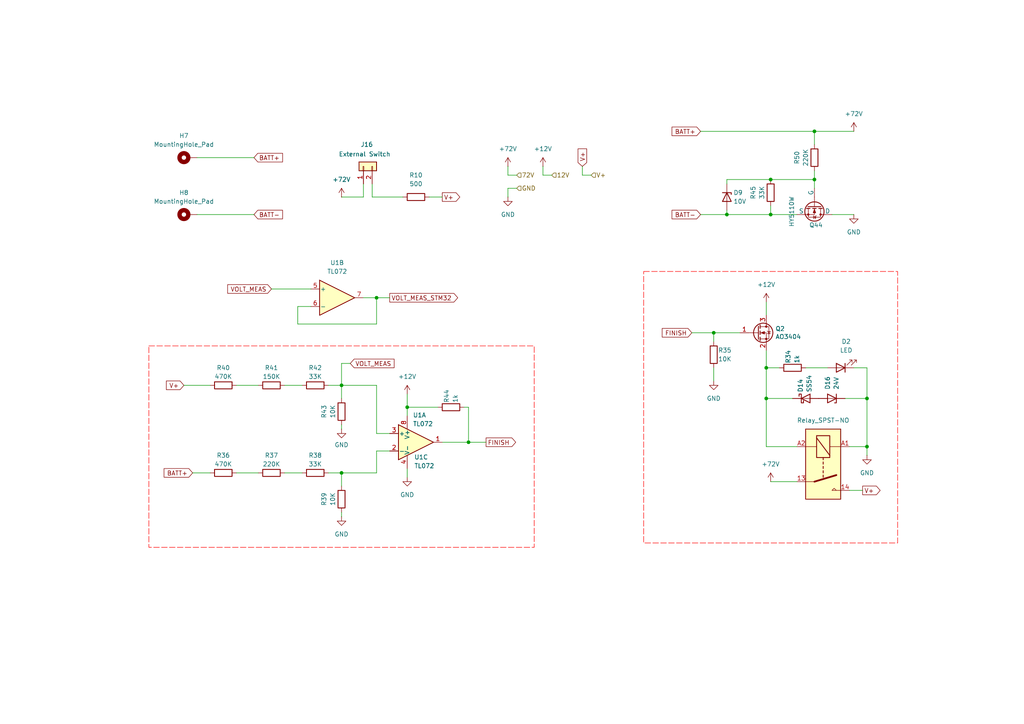
<source format=kicad_sch>
(kicad_sch (version 20250114) (generator "eeschema") (generator_version "9.0")
  (paper "A4")
  (lib_symbols
    (symbol "Amplifier_Operational:TL072" (pin_names (offset 0.127))
      (property "Reference" "U" (at 0 5.08 0))
      (property "Value" "TL072" (at 0 -5.08 0))
      (symbol "TL072_1_1"
        (polyline (pts (xy -5.08 5.08) (xy 5.08 0) (xy -5.08 -5.08) (xy -5.08 5.08)) (stroke (width 0.254)) (fill (type background)))
        (pin input line (at -7.62 2.54 0) (length 2.54) (name "+") (number "3"))
        (pin input line (at -7.62 -2.54 0) (length 2.54) (name "-") (number "2"))
        (pin output line (at 7.62 0 180) (length 2.54) (name "~") (number "1"))
      )
      (symbol "TL072_2_1"
        (polyline (pts (xy -5.08 5.08) (xy 5.08 0) (xy -5.08 -5.08) (xy -5.08 5.08)) (stroke (width 0.254)) (fill (type background)))
        (pin input line (at -7.62 2.54 0) (length 2.54) (name "+") (number "5"))
        (pin input line (at -7.62 -2.54 0) (length 2.54) (name "-") (number "6"))
        (pin output line (at 7.62 0 180) (length 2.54) (name "~") (number "7"))
      )
      (symbol "TL072_3_1"
        (pin power_in line (at -2.54 7.62 270) (length 3.81) (name "V+") (number "8"))
        (pin power_in line (at -2.54 -7.62 90) (length 3.81) (name "V-") (number "4"))
      )
    )
    (symbol "Connector_Generic:Conn_01x02" (pin_names (offset 1.016) (hide yes))
      (property "Reference" "J" (at 0 2.54 0))
      (property "Value" "Conn_01x02" (at 0 -5.08 0))
      (symbol "Conn_01x02_1_1"
        (rectangle (start -1.27 1.27) (end 1.27 -3.81) (stroke (width 0.254)) (fill (type background)))
        (rectangle (start -1.27 0.127) (end 0 -0.127) (stroke (width 0.1524)))
        (rectangle (start -1.27 -2.413) (end 0 -2.667) (stroke (width 0.1524)))
        (pin passive line (at -5.08 0 0) (length 3.81) (name "Pin_1") (number "1"))
        (pin passive line (at -5.08 -2.54 0) (length 3.81) (name "Pin_2") (number "2"))
      )
    )
    (symbol "Device:D_Schottky" (pin_numbers (hide yes)) (pin_names (offset 1.016) (hide yes))
      (property "Reference" "D" (at 0 2.54 0))
      (property "Value" "D_Schottky" (at 0 -2.54 0))
      (symbol "D_Schottky_0_1"
        (polyline (pts (xy -1.905 0.635) (xy -1.905 1.27) (xy -1.27 1.27) (xy -1.27 -1.27) (xy -0.635 -1.27) (xy -0.635 -0.635)) (stroke (width 0.254)))
        (polyline (pts (xy 1.27 1.27) (xy 1.27 -1.27) (xy -1.27 0) (xy 1.27 1.27)) (stroke (width 0.254)))
        (polyline (pts (xy 1.27 0) (xy -1.27 0)))
      )
      (symbol "D_Schottky_1_1"
        (pin passive line (at -3.81 0 0) (length 2.54) (name "K") (number "1"))
        (pin passive line (at 3.81 0 180) (length 2.54) (name "A") (number "2"))
      )
    )
    (symbol "Device:D_Zener" (pin_numbers (hide yes)) (pin_names (offset 1.016) (hide yes))
      (property "Reference" "D" (at 0 2.54 0))
      (property "Value" "D_Zener" (at 0 -2.54 0))
      (symbol "D_Zener_0_1"
        (polyline (pts (xy -1.27 -1.27) (xy -1.27 1.27) (xy -0.762 1.27)) (stroke (width 0.254)))
        (polyline (pts (xy 1.27 0) (xy -1.27 0)))
        (polyline (pts (xy 1.27 -1.27) (xy 1.27 1.27) (xy -1.27 0) (xy 1.27 -1.27)) (stroke (width 0.254)))
      )
      (symbol "D_Zener_1_1"
        (pin passive line (at -3.81 0 0) (length 2.54) (name "K") (number "1"))
        (pin passive line (at 3.81 0 180) (length 2.54) (name "A") (number "2"))
      )
    )
    (symbol "Device:LED" (pin_numbers (hide yes)) (pin_names (offset 1.016) (hide yes))
      (property "Reference" "D" (at 0 2.54 0))
      (property "Value" "LED" (at 0 -2.54 0))
      (symbol "LED_0_1"
        (polyline (pts (xy -3.048 -0.762) (xy -4.572 -2.286) (xy -3.81 -2.286) (xy -4.572 -2.286) (xy -4.572 -1.524)))
        (polyline (pts (xy -1.778 -0.762) (xy -3.302 -2.286) (xy -2.54 -2.286) (xy -3.302 -2.286) (xy -3.302 -1.524)))
        (polyline (pts (xy -1.27 0) (xy 1.27 0)))
        (polyline (pts (xy -1.27 -1.27) (xy -1.27 1.27)) (stroke (width 0.254)))
        (polyline (pts (xy 1.27 -1.27) (xy 1.27 1.27) (xy -1.27 0) (xy 1.27 -1.27)) (stroke (width 0.254)))
      )
      (symbol "LED_1_1"
        (pin passive line (at -3.81 0 0) (length 2.54) (name "K") (number "1"))
        (pin passive line (at 3.81 0 180) (length 2.54) (name "A") (number "2"))
      )
    )
    (symbol "Device:R" (pin_numbers (hide yes)) (pin_names (offset 0))
      (property "Reference" "R" (at 2.032 0 90))
      (property "Value" "R" (at 0 0 90))
      (symbol "R_0_1"
        (rectangle (start -1.016 -2.54) (end 1.016 2.54) (stroke (width 0.254)))
      )
      (symbol "R_1_1"
        (pin passive line (at 0 3.81 270) (length 1.27) (name "~") (number "1"))
        (pin passive line (at 0 -3.81 90) (length 1.27) (name "~") (number "2"))
      )
    )
    (symbol "Mechanical:MountingHole_Pad" (pin_numbers (hide yes)) (pin_names (offset 1.016) (hide yes)) (exclude_from_sim yes) (in_bom no)
      (property "Reference" "H" (at 0 6.35 0))
      (property "Value" "MountingHole_Pad" (at 0 4.445 0))
      (symbol "MountingHole_Pad_0_1"
        (circle (center 0 1.27) (radius 1.27) (stroke (width 1.27)))
      )
      (symbol "MountingHole_Pad_1_1"
        (pin input line (at 0 -2.54 90) (length 2.54) (name "1") (number "1"))
      )
    )
    (symbol "Relay:Relay_SPST-NO"
      (property "Reference" "K" (at 11.43 3.81 0))
      (property "Value" "Relay_SPST-NO" (at 11.43 1.27 0))
      (symbol "Relay_SPST-NO_0_0"
        (polyline (pts (xy 7.62 5.08) (xy 7.62 2.54) (xy 6.985 3.175) (xy 7.62 3.81)))
      )
      (symbol "Relay_SPST-NO_0_1"
        (rectangle (start -10.16 5.08) (end 10.16 -5.08) (stroke (width 0.254)) (fill (type background)))
        (rectangle (start -8.255 1.905) (end -1.905 -1.905) (stroke (width 0.254)))
        (polyline (pts (xy -7.62 -1.905) (xy -2.54 1.905)) (stroke (width 0.254)))
        (polyline (pts (xy -5.08 5.08) (xy -5.08 1.905)))
        (polyline (pts (xy -5.08 -5.08) (xy -5.08 -1.905)))
        (polyline (pts (xy -1.905 0) (xy -1.27 0)) (stroke (width 0.254)))
        (polyline (pts (xy -0.635 0) (xy 0 0)) (stroke (width 0.254)))
        (polyline (pts (xy 0.635 0) (xy 1.27 0)) (stroke (width 0.254)))
        (polyline (pts (xy 1.905 0) (xy 2.54 0)) (stroke (width 0.254)))
        (polyline (pts (xy 3.175 0) (xy 3.81 0)) (stroke (width 0.254)))
        (polyline (pts (xy 5.08 -2.54) (xy 3.175 3.81)) (stroke (width 0.508)))
        (polyline (pts (xy 5.08 -2.54) (xy 5.08 -5.08)))
      )
      (symbol "Relay_SPST-NO_1_1"
        (pin passive line (at -5.08 7.62 270) (length 2.54) (name "~") (number "A1"))
        (pin passive line (at -5.08 -7.62 90) (length 2.54) (name "~") (number "A2"))
        (pin passive line (at 5.08 -7.62 90) (length 2.54) (name "~") (number "13"))
        (pin passive line (at 7.62 7.62 270) (length 2.54) (name "~") (number "14"))
      )
    )
    (symbol "Simulation_SPICE:NMOS" (pin_numbers (hide yes)) (pin_names (offset 0))
      (property "Reference" "Q" (at 5.08 1.27 0))
      (property "Value" "NMOS" (at 5.08 -1.27 0))
      (symbol "NMOS_0_1"
        (polyline (pts (xy 0.254 1.905) (xy 0.254 -1.905)) (stroke (width 0.254)))
        (polyline (pts (xy 0.254 0) (xy -2.54 0)))
        (polyline (pts (xy 0.762 2.286) (xy 0.762 1.27)) (stroke (width 0.254)))
        (polyline (pts (xy 0.762 0.508) (xy 0.762 -0.508)) (stroke (width 0.254)))
        (polyline (pts (xy 0.762 -1.27) (xy 0.762 -2.286)) (stroke (width 0.254)))
        (polyline (pts (xy 0.762 -1.778) (xy 3.302 -1.778) (xy 3.302 1.778) (xy 0.762 1.778)))
        (polyline (pts (xy 1.016 0) (xy 2.032 0.381) (xy 2.032 -0.381) (xy 1.016 0)) (fill (type outline)))
        (circle (center 1.651 0) (radius 2.794) (stroke (width 0.254)))
        (polyline (pts (xy 2.54 2.54) (xy 2.54 1.778)))
        (circle (center 2.54 1.778) (radius 0.254) (fill (type outline)))
        (circle (center 2.54 -1.778) (radius 0.254) (fill (type outline)))
        (polyline (pts (xy 2.54 -2.54) (xy 2.54 0) (xy 0.762 0)))
        (polyline (pts (xy 2.794 0.508) (xy 2.921 0.381) (xy 3.683 0.381) (xy 3.81 0.254)))
        (polyline (pts (xy 3.302 0.381) (xy 2.921 -0.254) (xy 3.683 -0.254) (xy 3.302 0.381)))
      )
      (symbol "NMOS_1_1"
        (pin input line (at -5.08 0 0) (length 2.54) (name "G") (number "2"))
        (pin passive line (at 2.54 5.08 270) (length 2.54) (name "D") (number "1"))
        (pin passive line (at 2.54 -5.08 90) (length 2.54) (name "S") (number "3"))
      )
    )
    (symbol "Transistor_FET:2N7002" (pin_names (hide yes))
      (property "Reference" "Q" (at 5.08 1.905 0))
      (property "Value" "2N7002" (at 5.08 0 0))
      (symbol "2N7002_0_1"
        (polyline (pts (xy 0.254 1.905) (xy 0.254 -1.905)) (stroke (width 0.254)))
        (polyline (pts (xy 0.254 0) (xy -2.54 0)))
        (polyline (pts (xy 0.762 2.286) (xy 0.762 1.27)) (stroke (width 0.254)))
        (polyline (pts (xy 0.762 0.508) (xy 0.762 -0.508)) (stroke (width 0.254)))
        (polyline (pts (xy 0.762 -1.27) (xy 0.762 -2.286)) (stroke (width 0.254)))
        (polyline (pts (xy 0.762 -1.778) (xy 3.302 -1.778) (xy 3.302 1.778) (xy 0.762 1.778)))
        (polyline (pts (xy 1.016 0) (xy 2.032 0.381) (xy 2.032 -0.381) (xy 1.016 0)) (fill (type outline)))
        (circle (center 1.651 0) (radius 2.794) (stroke (width 0.254)))
        (polyline (pts (xy 2.54 2.54) (xy 2.54 1.778)))
        (circle (center 2.54 1.778) (radius 0.254) (fill (type outline)))
        (circle (center 2.54 -1.778) (radius 0.254) (fill (type outline)))
        (polyline (pts (xy 2.54 -2.54) (xy 2.54 0) (xy 0.762 0)))
        (polyline (pts (xy 2.794 0.508) (xy 2.921 0.381) (xy 3.683 0.381) (xy 3.81 0.254)))
        (polyline (pts (xy 3.302 0.381) (xy 2.921 -0.254) (xy 3.683 -0.254) (xy 3.302 0.381)))
      )
      (symbol "2N7002_1_1"
        (pin input line (at -5.08 0 0) (length 2.54) (name "G") (number "1"))
        (pin passive line (at 2.54 5.08 270) (length 2.54) (name "D") (number "3"))
        (pin passive line (at 2.54 -5.08 90) (length 2.54) (name "S") (number "2"))
      )
    )
    (symbol "power:+12V" (power) (pin_numbers (hide yes)) (pin_names (offset 0) (hide yes))
      (property "Value" "+12V" (at 0 3.556 0))
      (symbol "+12V_0_1"
        (polyline (pts (xy -0.762 1.27) (xy 0 2.54)))
        (polyline (pts (xy 0 2.54) (xy 0.762 1.27)))
        (polyline (pts (xy 0 0) (xy 0 2.54)))
      )
      (symbol "+12V_1_1"
        (pin power_in line (at 0 0 90) (length 0) (name "~") (number "1"))
      )
    )
    (symbol "power:GND" (power) (pin_numbers (hide yes)) (pin_names (offset 0) (hide yes))
      (property "Value" "GND" (at 0 -3.81 0))
      (symbol "GND_0_1"
        (polyline (pts (xy 0 0) (xy 0 -1.27) (xy 1.27 -1.27) (xy 0 -2.54) (xy -1.27 -1.27) (xy 0 -1.27)))
      )
      (symbol "GND_1_1"
        (pin power_in line (at 0 0 270) (length 0) (name "~") (number "1"))
      )
    )
  )
  (junction (at 207.01 96.52))
  (junction (at 223.52 52.07))
  (junction (at 222.25 106.68))
  (junction (at 99.06 137.16))
  (junction (at 99.06 111.76))
  (junction (at 222.25 115.57))
  (junction (at 251.46 115.57))
  (junction (at 135.89 128.27))
  (junction (at 210.82 62.23))
  (junction (at 236.22 52.07))
  (junction (at 118.11 118.11))
  (junction (at 109.22 86.36))
  (junction (at 236.22 38.1))
  (junction (at 251.46 129.54))
  (junction (at 223.52 62.23))
  (wire (pts (xy 99.06 149.86) (xy 99.06 148.59)))
  (wire (pts (xy 147.32 54.61) (xy 149.86 54.61)))
  (wire (pts (xy 157.48 48.26) (xy 157.48 50.8)))
  (wire (pts (xy 68.58 137.16) (xy 74.93 137.16)))
  (wire (pts (xy 223.52 62.23) (xy 231.14 62.23)))
  (wire (pts (xy 147.32 48.26) (xy 147.32 50.8)))
  (wire (pts (xy 55.88 137.16) (xy 60.96 137.16)))
  (wire (pts (xy 99.06 124.46) (xy 99.06 123.19)))
  (wire (pts (xy 82.55 111.76) (xy 87.63 111.76)))
  (wire (pts (xy 105.41 53.34) (xy 105.41 57.15)))
  (wire (pts (xy 233.68 106.68) (xy 240.03 106.68)))
  (wire (pts (xy 135.89 118.11) (xy 135.89 128.27)))
  (wire (pts (xy 109.22 130.81) (xy 113.03 130.81)))
  (wire (pts (xy 222.25 106.68) (xy 222.25 115.57)))
  (wire (pts (xy 95.25 137.16) (xy 99.06 137.16)))
  (wire (pts (xy 99.06 57.15) (xy 105.41 57.15)))
  (wire (pts (xy 222.25 115.57) (xy 229.87 115.57)))
  (wire (pts (xy 241.3 62.23) (xy 247.65 62.23)))
  (wire (pts (xy 210.82 60.96) (xy 210.82 62.23)))
  (wire (pts (xy 222.25 101.6) (xy 222.25 106.68)))
  (wire (pts (xy 222.25 115.57) (xy 222.25 129.54)))
  (wire (pts (xy 251.46 129.54) (xy 251.46 132.08)))
  (wire (pts (xy 134.62 118.11) (xy 135.89 118.11)))
  (wire (pts (xy 99.06 105.41) (xy 99.06 111.76)))
  (wire (pts (xy 222.25 87.63) (xy 222.25 91.44)))
  (wire (pts (xy 210.82 62.23) (xy 223.52 62.23)))
  (wire (pts (xy 207.01 106.68) (xy 207.01 110.49)))
  (wire (pts (xy 135.89 128.27) (xy 140.97 128.27)))
  (wire (pts (xy 109.22 86.36) (xy 113.03 86.36)))
  (wire (pts (xy 95.25 111.76) (xy 99.06 111.76)))
  (wire (pts (xy 203.2 62.23) (xy 210.82 62.23)))
  (wire (pts (xy 223.52 52.07) (xy 236.22 52.07)))
  (wire (pts (xy 157.48 50.8) (xy 160.02 50.8)))
  (wire (pts (xy 105.41 86.36) (xy 109.22 86.36)))
  (wire (pts (xy 236.22 49.53) (xy 236.22 52.07)))
  (wire (pts (xy 222.25 129.54) (xy 231.14 129.54)))
  (wire (pts (xy 57.15 45.72) (xy 73.66 45.72)))
  (wire (pts (xy 251.46 115.57) (xy 251.46 129.54)))
  (wire (pts (xy 247.65 106.68) (xy 251.46 106.68)))
  (wire (pts (xy 107.95 57.15) (xy 116.84 57.15)))
  (wire (pts (xy 245.11 115.57) (xy 251.46 115.57)))
  (wire (pts (xy 118.11 118.11) (xy 118.11 120.65)))
  (wire (pts (xy 86.36 93.98) (xy 109.22 93.98)))
  (wire (pts (xy 223.52 59.69) (xy 223.52 62.23)))
  (wire (pts (xy 68.58 111.76) (xy 74.93 111.76)))
  (wire (pts (xy 109.22 130.81) (xy 109.22 137.16)))
  (wire (pts (xy 99.06 111.76) (xy 109.22 111.76)))
  (wire (pts (xy 86.36 88.9) (xy 86.36 93.98)))
  (wire (pts (xy 107.95 53.34) (xy 107.95 57.15)))
  (wire (pts (xy 223.52 139.7) (xy 231.14 139.7)))
  (wire (pts (xy 210.82 52.07) (xy 223.52 52.07)))
  (wire (pts (xy 118.11 138.43) (xy 118.11 135.89)))
  (wire (pts (xy 168.91 50.8) (xy 171.45 50.8)))
  (wire (pts (xy 236.22 38.1) (xy 236.22 41.91)))
  (wire (pts (xy 78.74 83.82) (xy 90.17 83.82)))
  (wire (pts (xy 109.22 86.36) (xy 109.22 93.98)))
  (wire (pts (xy 82.55 137.16) (xy 87.63 137.16)))
  (wire (pts (xy 207.01 96.52) (xy 207.01 99.06)))
  (wire (pts (xy 222.25 106.68) (xy 226.06 106.68)))
  (wire (pts (xy 128.27 128.27) (xy 135.89 128.27)))
  (wire (pts (xy 118.11 118.11) (xy 127 118.11)))
  (wire (pts (xy 109.22 111.76) (xy 109.22 125.73)))
  (wire (pts (xy 203.2 38.1) (xy 236.22 38.1)))
  (wire (pts (xy 53.34 111.76) (xy 60.96 111.76)))
  (wire (pts (xy 200.66 96.52) (xy 207.01 96.52)))
  (wire (pts (xy 251.46 106.68) (xy 251.46 115.57)))
  (wire (pts (xy 99.06 105.41) (xy 101.6 105.41)))
  (wire (pts (xy 99.06 137.16) (xy 109.22 137.16)))
  (wire (pts (xy 147.32 57.15) (xy 147.32 54.61)))
  (wire (pts (xy 57.15 62.23) (xy 73.66 62.23)))
  (wire (pts (xy 246.38 129.54) (xy 251.46 129.54)))
  (wire (pts (xy 99.06 137.16) (xy 99.06 140.97)))
  (wire (pts (xy 109.22 125.73) (xy 113.03 125.73)))
  (wire (pts (xy 86.36 88.9) (xy 90.17 88.9)))
  (wire (pts (xy 236.22 52.07) (xy 236.22 54.61)))
  (wire (pts (xy 207.01 96.52) (xy 214.63 96.52)))
  (wire (pts (xy 124.46 57.15) (xy 128.27 57.15)))
  (wire (pts (xy 210.82 52.07) (xy 210.82 53.34)))
  (wire (pts (xy 118.11 114.3) (xy 118.11 118.11)))
  (wire (pts (xy 168.91 48.26) (xy 168.91 50.8)))
  (wire (pts (xy 246.38 142.24) (xy 250.19 142.24)))
  (wire (pts (xy 236.22 38.1) (xy 247.65 38.1)))
  (wire (pts (xy 147.32 50.8) (xy 149.86 50.8)))
  (wire (pts (xy 99.06 111.76) (xy 99.06 115.57)))
  (global_label "V+" (shape input) (at 168.91 48.26 90) (property "Intersheetrefs" "${INTERSHEET_REFS}" (effects (hide yes))))
  (global_label "FINISH" (shape input) (at 200.66 96.52 180) (property "Intersheetrefs" "${INTERSHEET_REFS}" (effects (hide yes))))
  (global_label "BATT-" (shape input) (at 203.2 62.23 180) (property "Intersheetrefs" "${INTERSHEET_REFS}" (effects (hide yes))))
  (global_label "BATT-" (shape input) (at 73.66 62.23 0) (property "Intersheetrefs" "${INTERSHEET_REFS}" (effects (hide yes))))
  (global_label "BATT+" (shape input) (at 73.66 45.72 0) (property "Intersheetrefs" "${INTERSHEET_REFS}" (effects (hide yes))))
  (global_label "VOLT_MEAS" (shape input) (at 78.74 83.82 180) (property "Intersheetrefs" "${INTERSHEET_REFS}" (effects (hide yes))))
  (global_label "V+" (shape output) (at 128.27 57.15 0) (property "Intersheetrefs" "${INTERSHEET_REFS}" (effects (hide yes))))
  (global_label "V+" (shape output) (at 250.19 142.24 0) (property "Intersheetrefs" "${INTERSHEET_REFS}" (effects (hide yes))))
  (global_label "VOLT_MEAS" (shape input) (at 101.6 105.41 0) (property "Intersheetrefs" "${INTERSHEET_REFS}" (effects (hide yes))))
  (global_label "BATT+" (shape input) (at 203.2 38.1 180) (property "Intersheetrefs" "${INTERSHEET_REFS}" (effects (hide yes))))
  (global_label "VOLT_MEAS_STM32" (shape output) (at 113.03 86.36 0) (property "Intersheetrefs" "${INTERSHEET_REFS}" (effects (hide yes))))
  (global_label "BATT+" (shape input) (at 55.88 137.16 180) (property "Intersheetrefs" "${INTERSHEET_REFS}" (effects (hide yes))))
  (global_label "FINISH" (shape output) (at 140.97 128.27 0) (property "Intersheetrefs" "${INTERSHEET_REFS}" (effects (hide yes))))
  (global_label "V+" (shape input) (at 53.34 111.76 180) (property "Intersheetrefs" "${INTERSHEET_REFS}" (effects (hide yes))))
  (hierarchical_label "GND" (shape input) (at 149.86 54.61 0))
  (hierarchical_label "12V" (shape input) (at 160.02 50.8 0))
  (hierarchical_label "V+" (shape input) (at 171.45 50.8 0))
  (hierarchical_label "72V" (shape input) (at 149.86 50.8 0))
  (rule_area (polyline (pts (xy 186.69 78.74) (xy 260.35 78.74) (xy 260.35 157.48) (xy 186.69 157.48)) (stroke (width 0) (type dash))))
  (rule_area (polyline (pts (xy 43.18 100.33) (xy 154.94 100.33) (xy 154.94 158.75) (xy 43.18 158.75)) (stroke (width 0) (type dash))))
  (symbol (lib_id "Amplifier_Operational:TL072") (at 97.79 86.36 0) (unit 2)
    (property "Reference" "U1" (at 97.79 76.2 0))
    (property "Value" "TL072" (at 97.79 78.74 0))
    (property "Footprint" "Package_SO:SO-8_3.9x4.9mm_P1.27mm" (effects (hide yes)))
    (property "Datasheet" "http://www.ti.com/lit/ds/symlink/tl071.pdf" (effects (hide yes)))
    (property "Description" "Dual Low-Noise JFET-Input Operational Amplifiers, DIP-8/SOIC-8" (effects (hide yes)))
  )
  (symbol (lib_id "Device:R") (at 78.74 137.16 90) (unit 1)
    (property "Reference" "R37" (at 78.74 132.08 90))
    (property "Value" "220K" (at 78.74 134.62 90))
    (property "Footprint" "Resistor_SMD:R_1206_3216Metric_Pad1.30x1.75mm_HandSolder" (effects (hide yes)))
  )
  (symbol (lib_id "Device:R") (at 99.06 144.78 180) (unit 1)
    (property "Reference" "R39" (at 93.98 144.78 90))
    (property "Value" "10K" (at 96.52 144.78 90))
    (property "Footprint" "Resistor_SMD:R_1206_3216Metric_Pad1.30x1.75mm_HandSolder" (effects (hide yes)))
  )
  (symbol (lib_id "Connector_Generic:Conn_01x02") (at 105.41 48.26 90) (unit 1)
    (property "Reference" "J16" (at 108.204 41.91 90) (effects (justify left)))
    (property "Value" "External Switch" (at 113.284 44.704 90) (effects (justify left)))
    (property "Footprint" "Connector_Molex:Molex_Micro-Fit_3.0_43650-0200_1x02_P3.00mm_Horizontal" (effects (hide yes)))
    (property "Description" "Generic connector, single row, 01x02, script generated (kicad-library-utils/schlib/autogen/connector/)" (effects (hide yes)))
  )
  (symbol (lib_id "Device:D_Zener") (at 210.82 57.15 270) (unit 1)
    (property "Reference" "D9" (at 212.725 55.88 90) (effects (justify left)))
    (property "Value" "10V" (at 212.725 58.42 90) (effects (justify left)))
    (property "Footprint" "Resistor_THT:R_Axial_DIN0204_L3.6mm_D1.6mm_P5.08mm_Horizontal" (effects (hide yes)))
  )
  (symbol (lib_id "power:+12V") (at 99.06 57.15 0) (unit 1)
    (property "Reference" "#PWR032" (effects (hide yes)))
    (property "Value" "+72V" (at 99.06 52.07 0))
    (property "Description" "Power symbol creates a global label with name \"+12V\"" (effects (hide yes)))
  )
  (symbol (lib_id "Transistor_FET:2N7002") (at 219.71 96.52 0) (unit 1)
    (property "Reference" "Q2" (at 224.8916 95.3516 0) (effects (justify left)))
    (property "Value" "AO3404" (at 224.8916 97.663 0) (effects (justify left)))
    (property "Footprint" "Package_TO_SOT_SMD:SOT-23_Handsoldering" (effects (hide yes)))
    (property "Datasheet" "https://www.onsemi.com/pub/Collateral/NDS7002A-D.PDF" (effects (hide yes)))
  )
  (symbol (lib_id "Device:R") (at 120.65 57.15 90) (unit 1)
    (property "Reference" "R10" (at 120.65 50.8 90))
    (property "Value" "500" (at 120.65 53.34 90))
    (property "Footprint" "Package_TO_SOT_THT:TO-247-2_Horizontal_TabDown" (effects (hide yes)))
    (property "Description" "Resistor" (effects (hide yes)))
  )
  (symbol (lib_id "power:GND") (at 247.65 62.23 0) (unit 1)
    (property "Reference" "#PWR019" (effects (hide yes)))
    (property "Value" "GND" (at 247.65 67.31 0))
    (property "Description" "Power symbol creates a global label with name \"GND\" , ground" (effects (hide yes)))
  )
  (symbol (lib_id "power:GND") (at 251.46 132.08 0) (unit 1)
    (property "Reference" "#PWR06" (effects (hide yes)))
    (property "Value" "GND" (at 251.46 137.16 0))
    (property "Description" "Power symbol creates a global label with name \"GND\" , ground" (effects (hide yes)))
  )
  (symbol (lib_id "Device:R") (at 207.01 102.87 0) (unit 1)
    (property "Reference" "R35" (at 208.28 101.6 0) (effects (justify left)))
    (property "Value" "10K" (at 208.28 104.14 0) (effects (justify left)))
    (property "Footprint" "Resistor_SMD:R_0805_2012Metric_Pad1.20x1.40mm_HandSolder" (effects (hide yes)))
  )
  (symbol (lib_id "Device:R") (at 64.77 137.16 90) (unit 1)
    (property "Reference" "R36" (at 64.77 132.08 90))
    (property "Value" "470K" (at 64.77 134.62 90))
    (property "Footprint" "Resistor_SMD:R_1206_3216Metric_Pad1.30x1.75mm_HandSolder" (effects (hide yes)))
  )
  (symbol (lib_id "power:+12V") (at 247.65 38.1 0) (unit 1)
    (property "Reference" "#PWR030" (effects (hide yes)))
    (property "Value" "+72V" (at 247.65 33.02 0))
    (property "Description" "Power symbol creates a global label with name \"+12V\"" (effects (hide yes)))
  )
  (symbol (lib_id "Amplifier_Operational:TL072") (at 120.65 128.27 0) (unit 3)
    (property "Reference" "U1" (at 120.142 132.588 0) (effects (justify left)))
    (property "Value" "TL072" (at 120.142 135.128 0) (effects (justify left)))
    (property "Footprint" "Package_SO:SO-8_3.9x4.9mm_P1.27mm" (effects (hide yes)))
    (property "Datasheet" "http://www.ti.com/lit/ds/symlink/tl071.pdf" (effects (hide yes)))
    (property "Description" "Dual Low-Noise JFET-Input Operational Amplifiers, DIP-8/SOIC-8" (effects (hide yes)))
  )
  (symbol (lib_id "Amplifier_Operational:TL072") (at 120.65 128.27 0) (unit 1)
    (property "Reference" "U1" (at 121.666 120.396 0))
    (property "Value" "TL072" (at 122.682 122.936 0))
    (property "Footprint" "Package_SO:SO-8_3.9x4.9mm_P1.27mm" (effects (hide yes)))
    (property "Datasheet" "http://www.ti.com/lit/ds/symlink/tl071.pdf" (effects (hide yes)))
    (property "Description" "Dual Low-Noise JFET-Input Operational Amplifiers, DIP-8/SOIC-8" (effects (hide yes)))
  )
  (symbol (lib_id "power:GND") (at 207.01 110.49 0) (unit 1)
    (property "Reference" "#PWR07" (effects (hide yes)))
    (property "Value" "GND" (at 207.01 115.57 0))
    (property "Description" "Power symbol creates a global label with name \"GND\" , ground" (effects (hide yes)))
  )
  (symbol (lib_id "Device:R") (at 229.87 106.68 90) (unit 1)
    (property "Reference" "R34" (at 228.6 105.41 0) (effects (justify left)))
    (property "Value" "1k" (at 231.14 105.41 0) (effects (justify left)))
    (property "Footprint" "Resistor_SMD:R_0805_2012Metric_Pad1.20x1.40mm_HandSolder" (effects (hide yes)))
  )
  (symbol (lib_id "power:+12V") (at 223.52 139.7 0) (unit 1)
    (property "Reference" "#PWR033" (effects (hide yes)))
    (property "Value" "+72V" (at 223.52 134.62 0))
    (property "Description" "Power symbol creates a global label with name \"+12V\"" (effects (hide yes)))
  )
  (symbol (lib_id "power:GND") (at 99.06 124.46 0) (unit 1)
    (property "Reference" "#PWR012" (effects (hide yes)))
    (property "Value" "GND" (at 99.06 129.032 0))
    (property "Description" "Power symbol creates a global label with name \"GND\" , ground" (effects (hide yes)))
  )
  (symbol (lib_id "power:GND") (at 147.32 57.15 0) (unit 1)
    (property "Reference" "#PWR027" (effects (hide yes)))
    (property "Value" "GND" (at 147.32 62.23 0))
    (property "Description" "Power symbol creates a global label with name \"GND\" , ground" (effects (hide yes)))
  )
  (symbol (lib_id "Device:R") (at 91.44 111.76 90) (unit 1)
    (property "Reference" "R42" (at 91.44 106.68 90))
    (property "Value" "33K" (at 91.44 109.22 90))
    (property "Footprint" "Resistor_SMD:R_1206_3216Metric_Pad1.30x1.75mm_HandSolder" (effects (hide yes)))
  )
  (symbol (lib_id "Device:R") (at 91.44 137.16 90) (unit 1)
    (property "Reference" "R38" (at 91.44 132.08 90))
    (property "Value" "33K" (at 91.44 134.62 90))
    (property "Footprint" "Resistor_SMD:R_1206_3216Metric_Pad1.30x1.75mm_HandSolder" (effects (hide yes)))
  )
  (symbol (lib_id "Device:D_Schottky") (at 233.68 115.57 0) (unit 1)
    (property "Reference" "D14" (at 232.156 113.792 90) (effects (justify left)))
    (property "Value" "SS54" (at 234.696 113.792 90) (effects (justify left)))
    (property "Footprint" "Diode_SMD:D_SMA_Handsoldering" (effects (hide yes)))
    (property "Description" "Schottky diode" (effects (hide yes)))
  )
  (symbol (lib_id "Device:R") (at 64.77 111.76 90) (unit 1)
    (property "Reference" "R40" (at 64.77 106.68 90))
    (property "Value" "470K" (at 64.77 109.22 90))
    (property "Footprint" "Resistor_SMD:R_1206_3216Metric_Pad1.30x1.75mm_HandSolder" (effects (hide yes)))
  )
  (symbol (lib_id "power:GND") (at 99.06 149.86 0) (unit 1)
    (property "Reference" "#PWR011" (effects (hide yes)))
    (property "Value" "GND" (at 99.06 154.94 0))
    (property "Description" "Power symbol creates a global label with name \"GND\" , ground" (effects (hide yes)))
  )
  (symbol (lib_id "power:+12V") (at 222.25 87.63 0) (unit 1)
    (property "Reference" "#PWR08" (effects (hide yes)))
    (property "Value" "+12V" (at 222.25 82.55 0))
    (property "Description" "Power symbol creates a global label with name \"+12V\"" (effects (hide yes)))
  )
  (symbol (lib_id "power:+12V") (at 147.32 48.26 0) (unit 1)
    (property "Reference" "#PWR031" (effects (hide yes)))
    (property "Value" "+72V" (at 147.32 43.18 0))
    (property "Description" "Power symbol creates a global label with name \"+12V\"" (effects (hide yes)))
  )
  (symbol (lib_id "power:+12V") (at 157.48 48.26 0) (unit 1)
    (property "Reference" "#PWR028" (effects (hide yes)))
    (property "Value" "+12V" (at 157.48 43.18 0))
    (property "Description" "Power symbol creates a global label with name \"+12V\"" (effects (hide yes)))
  )
  (symbol (lib_id "Simulation_SPICE:NMOS") (at 236.22 59.69 270) (unit 1)
    (property "Reference" "Q44" (at 234.696 65.278 90) (effects (justify left)))
    (property "Value" "HY5110W" (at 229.616 56.896 0) (effects (justify left)))
    (property "Footprint" "Custom:TO-247 Horizontal Tabup" (effects (hide yes)))
    (property "Datasheet" "https://ngspice.sourceforge.io/docs/ngspice-html-manual/manual.xhtml#cha_MOSFETs" (effects (hide yes)))
    (property "Description" "N-MOSFET transistor, drain/source/gate" (effects (hide yes)))
    (property "Sim.Device" "NMOS" (effects (hide yes)))
    (property "Sim.Type" "VDMOS" (effects (hide yes)))
    (property "Sim.Pins" "1=G 2=D 3=S" (effects (hide yes)))
  )
  (symbol (lib_id "Device:R") (at 236.22 45.72 180) (unit 1)
    (property "Reference" "R50" (at 231.14 45.72 90))
    (property "Value" "220K" (at 233.68 45.72 90))
    (property "Footprint" "Resistor_SMD:R_1206_3216Metric_Pad1.30x1.75mm_HandSolder" (effects (hide yes)))
  )
  (symbol (lib_id "power:GND") (at 118.11 138.43 0) (unit 1)
    (property "Reference" "#PWR010" (effects (hide yes)))
    (property "Value" "GND" (at 118.11 143.51 0))
    (property "Description" "Power symbol creates a global label with name \"GND\" , ground" (effects (hide yes)))
  )
  (symbol (lib_id "Device:R") (at 223.52 55.88 180) (unit 1)
    (property "Reference" "R45" (at 218.44 55.88 90))
    (property "Value" "33K" (at 220.98 55.88 90))
    (property "Footprint" "Resistor_SMD:R_1206_3216Metric_Pad1.30x1.75mm_HandSolder" (effects (hide yes)))
  )
  (symbol (lib_id "Relay:Relay_SPST-NO") (at 238.76 134.62 270) (unit 1)
    (property "Reference" "K1" (effects (hide yes)))
    (property "Value" "Relay_SPST-NO" (at 238.76 121.92 90))
    (property "Footprint" "RELAY180LH:Untitled" (effects (hide yes)))
    (property "Description" "Relay SPST, normally open, EN50005" (effects (hide yes)))
  )
  (symbol (lib_id "Device:LED") (at 243.84 106.68 180) (unit 1)
    (property "Reference" "D2" (at 245.4275 99.06 0))
    (property "Value" "LED" (at 245.4275 101.6 0))
    (property "Description" "Light emitting diode" (effects (hide yes)))
    (property "Sim.Pins" "1=K 2=A" (effects (hide yes)))
  )
  (symbol (lib_id "Device:R") (at 78.74 111.76 90) (unit 1)
    (property "Reference" "R41" (at 78.74 106.68 90))
    (property "Value" "150K" (at 78.74 109.22 90))
    (property "Footprint" "Resistor_SMD:R_1206_3216Metric_Pad1.30x1.75mm_HandSolder" (effects (hide yes)))
  )
  (symbol (lib_id "Device:D_Zener") (at 241.3 115.57 180) (unit 1)
    (property "Reference" "D16" (at 240.0299 113.03 90) (effects (justify right)))
    (property "Value" "24V" (at 242.5699 113.03 90) (effects (justify right)))
    (property "Footprint" "Diode_THT:D_A-405_P10.16mm_Horizontal" (effects (hide yes)))
    (property "Description" "Zener diode" (effects (hide yes)))
  )
  (symbol (lib_id "Mechanical:MountingHole_Pad") (at 54.61 62.23 90) (unit 1) (exclude_from_sim yes) (in_bom no)
    (property "Reference" "H8" (at 53.34 55.88 90))
    (property "Value" "MountingHole_Pad" (at 53.34 58.42 90))
    (property "Footprint" "MountingHole:MountingHole_6.4mm_M6_Pad_Via" (effects (hide yes)))
    (property "Description" "Mounting Hole with connection" (effects (hide yes)))
  )
  (symbol (lib_id "Device:R") (at 99.06 119.38 180) (unit 1)
    (property "Reference" "R43" (at 93.98 119.38 90))
    (property "Value" "10K" (at 96.52 119.38 90))
    (property "Footprint" "Resistor_SMD:R_1206_3216Metric_Pad1.30x1.75mm_HandSolder" (effects (hide yes)))
  )
  (symbol (lib_id "Mechanical:MountingHole_Pad") (at 54.61 45.72 90) (unit 1) (exclude_from_sim yes) (in_bom no)
    (property "Reference" "H7" (at 53.34 39.37 90))
    (property "Value" "MountingHole_Pad" (at 53.34 41.91 90))
    (property "Footprint" "MountingHole:MountingHole_6.4mm_M6_Pad_Via" (effects (hide yes)))
    (property "Description" "Mounting Hole with connection" (effects (hide yes)))
  )
  (symbol (lib_id "Device:R") (at 130.81 118.11 90) (unit 1)
    (property "Reference" "R44" (at 129.54 116.84 0) (effects (justify left)))
    (property "Value" "1k" (at 132.08 116.84 0) (effects (justify left)))
    (property "Footprint" "Resistor_SMD:R_0805_2012Metric_Pad1.20x1.40mm_HandSolder" (effects (hide yes)))
  )
  (symbol (lib_id "power:+12V") (at 118.11 114.3 0) (unit 1)
    (property "Reference" "#PWR09" (effects (hide yes)))
    (property "Value" "+12V" (at 118.11 109.22 0))
    (property "Description" "Power symbol creates a global label with name \"+12V\"" (effects (hide yes)))
  )
)
</source>
